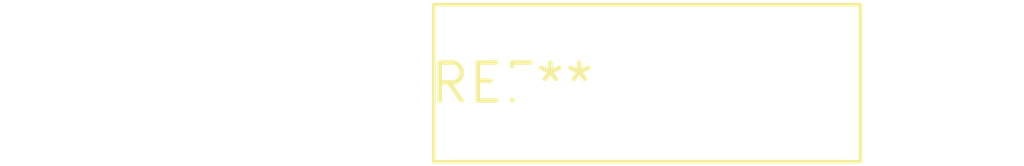
<source format=kicad_pcb>
(kicad_pcb (version 20240108) (generator pcbnew)
  (layers (0 "F.Cu" signal) (31 "B.Cu" signal) (34 "B.Paste" user) (35 "F.Paste" user) (36 "B.SilkS" user "B.Silkscreen") (37 "F.SilkS" user "F.Silkscreen") (38 "B.Mask" user) (39 "F.Mask" user) (44 "Edge.Cuts" user))
  (net 0 "")
  (footprint "R_Box_L14.0mm_W5.0mm_P9.00mm" (layer "F.Cu") (at 0 0)
    (property "Reference" "REF**")
    (property "Value" "R_Box_L14.0mm_W5.0mm_P9.00mm")
    (fp_line (start -2.62 -2.62) (end -2.62 2.62) (layer "F.SilkS") (stroke (width 0.12)))
    (fp_line (start -2.62 -2.62) (end 11.62 -2.62) (layer "F.SilkS") (stroke (width 0.12)))
    (fp_line (start -2.62 2.62) (end 11.62 2.62) (layer "F.SilkS") (stroke (width 0.12)))
    (fp_line (start 11.62 -2.62) (end 11.62 2.62) (layer "F.SilkS") (stroke (width 0.12)))
    (pad "1" thru_hole circle (at 0 0) (size 2 2) (drill 1) (layers *.Cu *.Mask) (remove_unused_layers))
    (pad "2" thru_hole circle (at 9 0) (size 2 2) (drill 1) (layers *.Cu *.Mask) (remove_unused_layers))
  )
)
</source>
